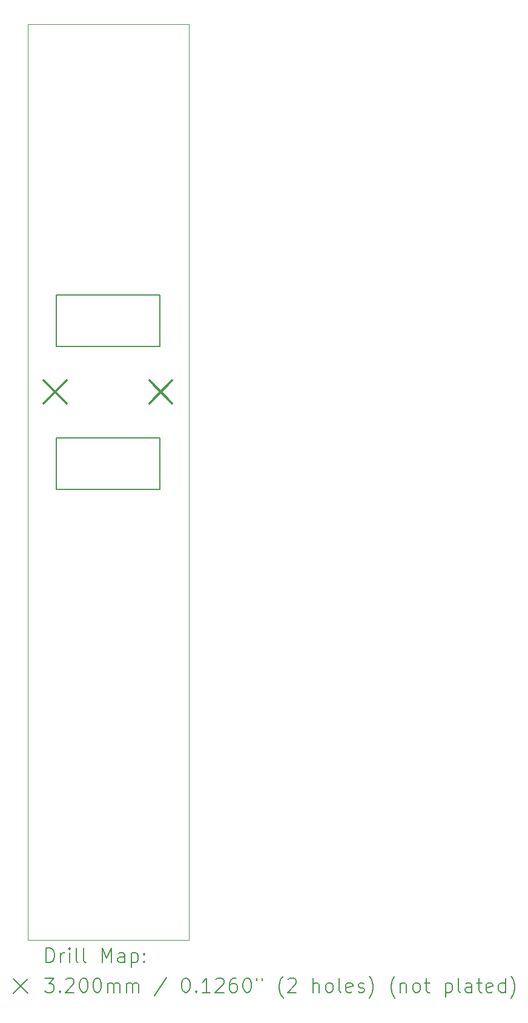
<source format=gbr>
%TF.GenerationSoftware,KiCad,Pcbnew,7.0.7-7.0.7~ubuntu22.04.1*%
%TF.CreationDate,2023-10-15T17:30:04+01:00*%
%TF.ProjectId,USB_distri,5553425f-6469-4737-9472-692e6b696361,rev?*%
%TF.SameCoordinates,Original*%
%TF.FileFunction,Drillmap*%
%TF.FilePolarity,Positive*%
%FSLAX45Y45*%
G04 Gerber Fmt 4.5, Leading zero omitted, Abs format (unit mm)*
G04 Created by KiCad (PCBNEW 7.0.7-7.0.7~ubuntu22.04.1) date 2023-10-15 17:30:04*
%MOMM*%
%LPD*%
G01*
G04 APERTURE LIST*
%ADD10C,0.050000*%
%ADD11C,0.150000*%
%ADD12C,0.200000*%
%ADD13C,0.320000*%
G04 APERTURE END LIST*
D10*
X8950000Y-2200000D02*
X11200000Y-2200000D01*
X11200000Y-2200000D02*
X11200000Y-15000000D01*
X11200000Y-15000000D02*
X8950000Y-15000000D01*
X8950000Y-2200000D02*
X8950000Y-15000000D01*
D11*
X9350000Y-5980000D02*
X10800000Y-5980000D01*
X10800000Y-6700000D01*
X9350000Y-6700000D01*
X9350000Y-5980000D01*
X9350000Y-7980000D02*
X10800000Y-7980000D01*
X10800000Y-8700000D01*
X9350000Y-8700000D01*
X9350000Y-7980000D01*
D12*
D13*
X9175000Y-7180000D02*
X9495000Y-7500000D01*
X9495000Y-7180000D02*
X9175000Y-7500000D01*
X10650000Y-7180000D02*
X10970000Y-7500000D01*
X10970000Y-7180000D02*
X10650000Y-7500000D01*
D12*
X9208277Y-15313984D02*
X9208277Y-15113984D01*
X9208277Y-15113984D02*
X9255896Y-15113984D01*
X9255896Y-15113984D02*
X9284467Y-15123508D01*
X9284467Y-15123508D02*
X9303515Y-15142555D01*
X9303515Y-15142555D02*
X9313039Y-15161603D01*
X9313039Y-15161603D02*
X9322563Y-15199698D01*
X9322563Y-15199698D02*
X9322563Y-15228269D01*
X9322563Y-15228269D02*
X9313039Y-15266365D01*
X9313039Y-15266365D02*
X9303515Y-15285412D01*
X9303515Y-15285412D02*
X9284467Y-15304460D01*
X9284467Y-15304460D02*
X9255896Y-15313984D01*
X9255896Y-15313984D02*
X9208277Y-15313984D01*
X9408277Y-15313984D02*
X9408277Y-15180650D01*
X9408277Y-15218746D02*
X9417801Y-15199698D01*
X9417801Y-15199698D02*
X9427324Y-15190174D01*
X9427324Y-15190174D02*
X9446372Y-15180650D01*
X9446372Y-15180650D02*
X9465420Y-15180650D01*
X9532086Y-15313984D02*
X9532086Y-15180650D01*
X9532086Y-15113984D02*
X9522563Y-15123508D01*
X9522563Y-15123508D02*
X9532086Y-15133031D01*
X9532086Y-15133031D02*
X9541610Y-15123508D01*
X9541610Y-15123508D02*
X9532086Y-15113984D01*
X9532086Y-15113984D02*
X9532086Y-15133031D01*
X9655896Y-15313984D02*
X9636848Y-15304460D01*
X9636848Y-15304460D02*
X9627324Y-15285412D01*
X9627324Y-15285412D02*
X9627324Y-15113984D01*
X9760658Y-15313984D02*
X9741610Y-15304460D01*
X9741610Y-15304460D02*
X9732086Y-15285412D01*
X9732086Y-15285412D02*
X9732086Y-15113984D01*
X9989229Y-15313984D02*
X9989229Y-15113984D01*
X9989229Y-15113984D02*
X10055896Y-15256841D01*
X10055896Y-15256841D02*
X10122563Y-15113984D01*
X10122563Y-15113984D02*
X10122563Y-15313984D01*
X10303515Y-15313984D02*
X10303515Y-15209222D01*
X10303515Y-15209222D02*
X10293991Y-15190174D01*
X10293991Y-15190174D02*
X10274944Y-15180650D01*
X10274944Y-15180650D02*
X10236848Y-15180650D01*
X10236848Y-15180650D02*
X10217801Y-15190174D01*
X10303515Y-15304460D02*
X10284467Y-15313984D01*
X10284467Y-15313984D02*
X10236848Y-15313984D01*
X10236848Y-15313984D02*
X10217801Y-15304460D01*
X10217801Y-15304460D02*
X10208277Y-15285412D01*
X10208277Y-15285412D02*
X10208277Y-15266365D01*
X10208277Y-15266365D02*
X10217801Y-15247317D01*
X10217801Y-15247317D02*
X10236848Y-15237793D01*
X10236848Y-15237793D02*
X10284467Y-15237793D01*
X10284467Y-15237793D02*
X10303515Y-15228269D01*
X10398753Y-15180650D02*
X10398753Y-15380650D01*
X10398753Y-15190174D02*
X10417801Y-15180650D01*
X10417801Y-15180650D02*
X10455896Y-15180650D01*
X10455896Y-15180650D02*
X10474944Y-15190174D01*
X10474944Y-15190174D02*
X10484467Y-15199698D01*
X10484467Y-15199698D02*
X10493991Y-15218746D01*
X10493991Y-15218746D02*
X10493991Y-15275888D01*
X10493991Y-15275888D02*
X10484467Y-15294936D01*
X10484467Y-15294936D02*
X10474944Y-15304460D01*
X10474944Y-15304460D02*
X10455896Y-15313984D01*
X10455896Y-15313984D02*
X10417801Y-15313984D01*
X10417801Y-15313984D02*
X10398753Y-15304460D01*
X10579705Y-15294936D02*
X10589229Y-15304460D01*
X10589229Y-15304460D02*
X10579705Y-15313984D01*
X10579705Y-15313984D02*
X10570182Y-15304460D01*
X10570182Y-15304460D02*
X10579705Y-15294936D01*
X10579705Y-15294936D02*
X10579705Y-15313984D01*
X10579705Y-15190174D02*
X10589229Y-15199698D01*
X10589229Y-15199698D02*
X10579705Y-15209222D01*
X10579705Y-15209222D02*
X10570182Y-15199698D01*
X10570182Y-15199698D02*
X10579705Y-15190174D01*
X10579705Y-15190174D02*
X10579705Y-15209222D01*
X8747500Y-15542500D02*
X8947500Y-15742500D01*
X8947500Y-15542500D02*
X8747500Y-15742500D01*
X9189229Y-15533984D02*
X9313039Y-15533984D01*
X9313039Y-15533984D02*
X9246372Y-15610174D01*
X9246372Y-15610174D02*
X9274944Y-15610174D01*
X9274944Y-15610174D02*
X9293991Y-15619698D01*
X9293991Y-15619698D02*
X9303515Y-15629222D01*
X9303515Y-15629222D02*
X9313039Y-15648269D01*
X9313039Y-15648269D02*
X9313039Y-15695888D01*
X9313039Y-15695888D02*
X9303515Y-15714936D01*
X9303515Y-15714936D02*
X9293991Y-15724460D01*
X9293991Y-15724460D02*
X9274944Y-15733984D01*
X9274944Y-15733984D02*
X9217801Y-15733984D01*
X9217801Y-15733984D02*
X9198753Y-15724460D01*
X9198753Y-15724460D02*
X9189229Y-15714936D01*
X9398753Y-15714936D02*
X9408277Y-15724460D01*
X9408277Y-15724460D02*
X9398753Y-15733984D01*
X9398753Y-15733984D02*
X9389229Y-15724460D01*
X9389229Y-15724460D02*
X9398753Y-15714936D01*
X9398753Y-15714936D02*
X9398753Y-15733984D01*
X9484467Y-15553031D02*
X9493991Y-15543508D01*
X9493991Y-15543508D02*
X9513039Y-15533984D01*
X9513039Y-15533984D02*
X9560658Y-15533984D01*
X9560658Y-15533984D02*
X9579705Y-15543508D01*
X9579705Y-15543508D02*
X9589229Y-15553031D01*
X9589229Y-15553031D02*
X9598753Y-15572079D01*
X9598753Y-15572079D02*
X9598753Y-15591127D01*
X9598753Y-15591127D02*
X9589229Y-15619698D01*
X9589229Y-15619698D02*
X9474944Y-15733984D01*
X9474944Y-15733984D02*
X9598753Y-15733984D01*
X9722563Y-15533984D02*
X9741610Y-15533984D01*
X9741610Y-15533984D02*
X9760658Y-15543508D01*
X9760658Y-15543508D02*
X9770182Y-15553031D01*
X9770182Y-15553031D02*
X9779705Y-15572079D01*
X9779705Y-15572079D02*
X9789229Y-15610174D01*
X9789229Y-15610174D02*
X9789229Y-15657793D01*
X9789229Y-15657793D02*
X9779705Y-15695888D01*
X9779705Y-15695888D02*
X9770182Y-15714936D01*
X9770182Y-15714936D02*
X9760658Y-15724460D01*
X9760658Y-15724460D02*
X9741610Y-15733984D01*
X9741610Y-15733984D02*
X9722563Y-15733984D01*
X9722563Y-15733984D02*
X9703515Y-15724460D01*
X9703515Y-15724460D02*
X9693991Y-15714936D01*
X9693991Y-15714936D02*
X9684467Y-15695888D01*
X9684467Y-15695888D02*
X9674944Y-15657793D01*
X9674944Y-15657793D02*
X9674944Y-15610174D01*
X9674944Y-15610174D02*
X9684467Y-15572079D01*
X9684467Y-15572079D02*
X9693991Y-15553031D01*
X9693991Y-15553031D02*
X9703515Y-15543508D01*
X9703515Y-15543508D02*
X9722563Y-15533984D01*
X9913039Y-15533984D02*
X9932086Y-15533984D01*
X9932086Y-15533984D02*
X9951134Y-15543508D01*
X9951134Y-15543508D02*
X9960658Y-15553031D01*
X9960658Y-15553031D02*
X9970182Y-15572079D01*
X9970182Y-15572079D02*
X9979705Y-15610174D01*
X9979705Y-15610174D02*
X9979705Y-15657793D01*
X9979705Y-15657793D02*
X9970182Y-15695888D01*
X9970182Y-15695888D02*
X9960658Y-15714936D01*
X9960658Y-15714936D02*
X9951134Y-15724460D01*
X9951134Y-15724460D02*
X9932086Y-15733984D01*
X9932086Y-15733984D02*
X9913039Y-15733984D01*
X9913039Y-15733984D02*
X9893991Y-15724460D01*
X9893991Y-15724460D02*
X9884467Y-15714936D01*
X9884467Y-15714936D02*
X9874944Y-15695888D01*
X9874944Y-15695888D02*
X9865420Y-15657793D01*
X9865420Y-15657793D02*
X9865420Y-15610174D01*
X9865420Y-15610174D02*
X9874944Y-15572079D01*
X9874944Y-15572079D02*
X9884467Y-15553031D01*
X9884467Y-15553031D02*
X9893991Y-15543508D01*
X9893991Y-15543508D02*
X9913039Y-15533984D01*
X10065420Y-15733984D02*
X10065420Y-15600650D01*
X10065420Y-15619698D02*
X10074944Y-15610174D01*
X10074944Y-15610174D02*
X10093991Y-15600650D01*
X10093991Y-15600650D02*
X10122563Y-15600650D01*
X10122563Y-15600650D02*
X10141610Y-15610174D01*
X10141610Y-15610174D02*
X10151134Y-15629222D01*
X10151134Y-15629222D02*
X10151134Y-15733984D01*
X10151134Y-15629222D02*
X10160658Y-15610174D01*
X10160658Y-15610174D02*
X10179705Y-15600650D01*
X10179705Y-15600650D02*
X10208277Y-15600650D01*
X10208277Y-15600650D02*
X10227325Y-15610174D01*
X10227325Y-15610174D02*
X10236848Y-15629222D01*
X10236848Y-15629222D02*
X10236848Y-15733984D01*
X10332086Y-15733984D02*
X10332086Y-15600650D01*
X10332086Y-15619698D02*
X10341610Y-15610174D01*
X10341610Y-15610174D02*
X10360658Y-15600650D01*
X10360658Y-15600650D02*
X10389229Y-15600650D01*
X10389229Y-15600650D02*
X10408277Y-15610174D01*
X10408277Y-15610174D02*
X10417801Y-15629222D01*
X10417801Y-15629222D02*
X10417801Y-15733984D01*
X10417801Y-15629222D02*
X10427325Y-15610174D01*
X10427325Y-15610174D02*
X10446372Y-15600650D01*
X10446372Y-15600650D02*
X10474944Y-15600650D01*
X10474944Y-15600650D02*
X10493991Y-15610174D01*
X10493991Y-15610174D02*
X10503515Y-15629222D01*
X10503515Y-15629222D02*
X10503515Y-15733984D01*
X10893991Y-15524460D02*
X10722563Y-15781603D01*
X11151134Y-15533984D02*
X11170182Y-15533984D01*
X11170182Y-15533984D02*
X11189229Y-15543508D01*
X11189229Y-15543508D02*
X11198753Y-15553031D01*
X11198753Y-15553031D02*
X11208277Y-15572079D01*
X11208277Y-15572079D02*
X11217801Y-15610174D01*
X11217801Y-15610174D02*
X11217801Y-15657793D01*
X11217801Y-15657793D02*
X11208277Y-15695888D01*
X11208277Y-15695888D02*
X11198753Y-15714936D01*
X11198753Y-15714936D02*
X11189229Y-15724460D01*
X11189229Y-15724460D02*
X11170182Y-15733984D01*
X11170182Y-15733984D02*
X11151134Y-15733984D01*
X11151134Y-15733984D02*
X11132087Y-15724460D01*
X11132087Y-15724460D02*
X11122563Y-15714936D01*
X11122563Y-15714936D02*
X11113039Y-15695888D01*
X11113039Y-15695888D02*
X11103515Y-15657793D01*
X11103515Y-15657793D02*
X11103515Y-15610174D01*
X11103515Y-15610174D02*
X11113039Y-15572079D01*
X11113039Y-15572079D02*
X11122563Y-15553031D01*
X11122563Y-15553031D02*
X11132087Y-15543508D01*
X11132087Y-15543508D02*
X11151134Y-15533984D01*
X11303515Y-15714936D02*
X11313039Y-15724460D01*
X11313039Y-15724460D02*
X11303515Y-15733984D01*
X11303515Y-15733984D02*
X11293991Y-15724460D01*
X11293991Y-15724460D02*
X11303515Y-15714936D01*
X11303515Y-15714936D02*
X11303515Y-15733984D01*
X11503515Y-15733984D02*
X11389229Y-15733984D01*
X11446372Y-15733984D02*
X11446372Y-15533984D01*
X11446372Y-15533984D02*
X11427325Y-15562555D01*
X11427325Y-15562555D02*
X11408277Y-15581603D01*
X11408277Y-15581603D02*
X11389229Y-15591127D01*
X11579706Y-15553031D02*
X11589229Y-15543508D01*
X11589229Y-15543508D02*
X11608277Y-15533984D01*
X11608277Y-15533984D02*
X11655896Y-15533984D01*
X11655896Y-15533984D02*
X11674944Y-15543508D01*
X11674944Y-15543508D02*
X11684467Y-15553031D01*
X11684467Y-15553031D02*
X11693991Y-15572079D01*
X11693991Y-15572079D02*
X11693991Y-15591127D01*
X11693991Y-15591127D02*
X11684467Y-15619698D01*
X11684467Y-15619698D02*
X11570182Y-15733984D01*
X11570182Y-15733984D02*
X11693991Y-15733984D01*
X11865420Y-15533984D02*
X11827325Y-15533984D01*
X11827325Y-15533984D02*
X11808277Y-15543508D01*
X11808277Y-15543508D02*
X11798753Y-15553031D01*
X11798753Y-15553031D02*
X11779706Y-15581603D01*
X11779706Y-15581603D02*
X11770182Y-15619698D01*
X11770182Y-15619698D02*
X11770182Y-15695888D01*
X11770182Y-15695888D02*
X11779706Y-15714936D01*
X11779706Y-15714936D02*
X11789229Y-15724460D01*
X11789229Y-15724460D02*
X11808277Y-15733984D01*
X11808277Y-15733984D02*
X11846372Y-15733984D01*
X11846372Y-15733984D02*
X11865420Y-15724460D01*
X11865420Y-15724460D02*
X11874944Y-15714936D01*
X11874944Y-15714936D02*
X11884467Y-15695888D01*
X11884467Y-15695888D02*
X11884467Y-15648269D01*
X11884467Y-15648269D02*
X11874944Y-15629222D01*
X11874944Y-15629222D02*
X11865420Y-15619698D01*
X11865420Y-15619698D02*
X11846372Y-15610174D01*
X11846372Y-15610174D02*
X11808277Y-15610174D01*
X11808277Y-15610174D02*
X11789229Y-15619698D01*
X11789229Y-15619698D02*
X11779706Y-15629222D01*
X11779706Y-15629222D02*
X11770182Y-15648269D01*
X12008277Y-15533984D02*
X12027325Y-15533984D01*
X12027325Y-15533984D02*
X12046372Y-15543508D01*
X12046372Y-15543508D02*
X12055896Y-15553031D01*
X12055896Y-15553031D02*
X12065420Y-15572079D01*
X12065420Y-15572079D02*
X12074944Y-15610174D01*
X12074944Y-15610174D02*
X12074944Y-15657793D01*
X12074944Y-15657793D02*
X12065420Y-15695888D01*
X12065420Y-15695888D02*
X12055896Y-15714936D01*
X12055896Y-15714936D02*
X12046372Y-15724460D01*
X12046372Y-15724460D02*
X12027325Y-15733984D01*
X12027325Y-15733984D02*
X12008277Y-15733984D01*
X12008277Y-15733984D02*
X11989229Y-15724460D01*
X11989229Y-15724460D02*
X11979706Y-15714936D01*
X11979706Y-15714936D02*
X11970182Y-15695888D01*
X11970182Y-15695888D02*
X11960658Y-15657793D01*
X11960658Y-15657793D02*
X11960658Y-15610174D01*
X11960658Y-15610174D02*
X11970182Y-15572079D01*
X11970182Y-15572079D02*
X11979706Y-15553031D01*
X11979706Y-15553031D02*
X11989229Y-15543508D01*
X11989229Y-15543508D02*
X12008277Y-15533984D01*
X12151134Y-15533984D02*
X12151134Y-15572079D01*
X12227325Y-15533984D02*
X12227325Y-15572079D01*
X12522563Y-15810174D02*
X12513039Y-15800650D01*
X12513039Y-15800650D02*
X12493991Y-15772079D01*
X12493991Y-15772079D02*
X12484468Y-15753031D01*
X12484468Y-15753031D02*
X12474944Y-15724460D01*
X12474944Y-15724460D02*
X12465420Y-15676841D01*
X12465420Y-15676841D02*
X12465420Y-15638746D01*
X12465420Y-15638746D02*
X12474944Y-15591127D01*
X12474944Y-15591127D02*
X12484468Y-15562555D01*
X12484468Y-15562555D02*
X12493991Y-15543508D01*
X12493991Y-15543508D02*
X12513039Y-15514936D01*
X12513039Y-15514936D02*
X12522563Y-15505412D01*
X12589229Y-15553031D02*
X12598753Y-15543508D01*
X12598753Y-15543508D02*
X12617801Y-15533984D01*
X12617801Y-15533984D02*
X12665420Y-15533984D01*
X12665420Y-15533984D02*
X12684468Y-15543508D01*
X12684468Y-15543508D02*
X12693991Y-15553031D01*
X12693991Y-15553031D02*
X12703515Y-15572079D01*
X12703515Y-15572079D02*
X12703515Y-15591127D01*
X12703515Y-15591127D02*
X12693991Y-15619698D01*
X12693991Y-15619698D02*
X12579706Y-15733984D01*
X12579706Y-15733984D02*
X12703515Y-15733984D01*
X12941610Y-15733984D02*
X12941610Y-15533984D01*
X13027325Y-15733984D02*
X13027325Y-15629222D01*
X13027325Y-15629222D02*
X13017801Y-15610174D01*
X13017801Y-15610174D02*
X12998753Y-15600650D01*
X12998753Y-15600650D02*
X12970182Y-15600650D01*
X12970182Y-15600650D02*
X12951134Y-15610174D01*
X12951134Y-15610174D02*
X12941610Y-15619698D01*
X13151134Y-15733984D02*
X13132087Y-15724460D01*
X13132087Y-15724460D02*
X13122563Y-15714936D01*
X13122563Y-15714936D02*
X13113039Y-15695888D01*
X13113039Y-15695888D02*
X13113039Y-15638746D01*
X13113039Y-15638746D02*
X13122563Y-15619698D01*
X13122563Y-15619698D02*
X13132087Y-15610174D01*
X13132087Y-15610174D02*
X13151134Y-15600650D01*
X13151134Y-15600650D02*
X13179706Y-15600650D01*
X13179706Y-15600650D02*
X13198753Y-15610174D01*
X13198753Y-15610174D02*
X13208277Y-15619698D01*
X13208277Y-15619698D02*
X13217801Y-15638746D01*
X13217801Y-15638746D02*
X13217801Y-15695888D01*
X13217801Y-15695888D02*
X13208277Y-15714936D01*
X13208277Y-15714936D02*
X13198753Y-15724460D01*
X13198753Y-15724460D02*
X13179706Y-15733984D01*
X13179706Y-15733984D02*
X13151134Y-15733984D01*
X13332087Y-15733984D02*
X13313039Y-15724460D01*
X13313039Y-15724460D02*
X13303515Y-15705412D01*
X13303515Y-15705412D02*
X13303515Y-15533984D01*
X13484468Y-15724460D02*
X13465420Y-15733984D01*
X13465420Y-15733984D02*
X13427325Y-15733984D01*
X13427325Y-15733984D02*
X13408277Y-15724460D01*
X13408277Y-15724460D02*
X13398753Y-15705412D01*
X13398753Y-15705412D02*
X13398753Y-15629222D01*
X13398753Y-15629222D02*
X13408277Y-15610174D01*
X13408277Y-15610174D02*
X13427325Y-15600650D01*
X13427325Y-15600650D02*
X13465420Y-15600650D01*
X13465420Y-15600650D02*
X13484468Y-15610174D01*
X13484468Y-15610174D02*
X13493991Y-15629222D01*
X13493991Y-15629222D02*
X13493991Y-15648269D01*
X13493991Y-15648269D02*
X13398753Y-15667317D01*
X13570182Y-15724460D02*
X13589230Y-15733984D01*
X13589230Y-15733984D02*
X13627325Y-15733984D01*
X13627325Y-15733984D02*
X13646372Y-15724460D01*
X13646372Y-15724460D02*
X13655896Y-15705412D01*
X13655896Y-15705412D02*
X13655896Y-15695888D01*
X13655896Y-15695888D02*
X13646372Y-15676841D01*
X13646372Y-15676841D02*
X13627325Y-15667317D01*
X13627325Y-15667317D02*
X13598753Y-15667317D01*
X13598753Y-15667317D02*
X13579706Y-15657793D01*
X13579706Y-15657793D02*
X13570182Y-15638746D01*
X13570182Y-15638746D02*
X13570182Y-15629222D01*
X13570182Y-15629222D02*
X13579706Y-15610174D01*
X13579706Y-15610174D02*
X13598753Y-15600650D01*
X13598753Y-15600650D02*
X13627325Y-15600650D01*
X13627325Y-15600650D02*
X13646372Y-15610174D01*
X13722563Y-15810174D02*
X13732087Y-15800650D01*
X13732087Y-15800650D02*
X13751134Y-15772079D01*
X13751134Y-15772079D02*
X13760658Y-15753031D01*
X13760658Y-15753031D02*
X13770182Y-15724460D01*
X13770182Y-15724460D02*
X13779706Y-15676841D01*
X13779706Y-15676841D02*
X13779706Y-15638746D01*
X13779706Y-15638746D02*
X13770182Y-15591127D01*
X13770182Y-15591127D02*
X13760658Y-15562555D01*
X13760658Y-15562555D02*
X13751134Y-15543508D01*
X13751134Y-15543508D02*
X13732087Y-15514936D01*
X13732087Y-15514936D02*
X13722563Y-15505412D01*
X14084468Y-15810174D02*
X14074944Y-15800650D01*
X14074944Y-15800650D02*
X14055896Y-15772079D01*
X14055896Y-15772079D02*
X14046372Y-15753031D01*
X14046372Y-15753031D02*
X14036849Y-15724460D01*
X14036849Y-15724460D02*
X14027325Y-15676841D01*
X14027325Y-15676841D02*
X14027325Y-15638746D01*
X14027325Y-15638746D02*
X14036849Y-15591127D01*
X14036849Y-15591127D02*
X14046372Y-15562555D01*
X14046372Y-15562555D02*
X14055896Y-15543508D01*
X14055896Y-15543508D02*
X14074944Y-15514936D01*
X14074944Y-15514936D02*
X14084468Y-15505412D01*
X14160658Y-15600650D02*
X14160658Y-15733984D01*
X14160658Y-15619698D02*
X14170182Y-15610174D01*
X14170182Y-15610174D02*
X14189230Y-15600650D01*
X14189230Y-15600650D02*
X14217801Y-15600650D01*
X14217801Y-15600650D02*
X14236849Y-15610174D01*
X14236849Y-15610174D02*
X14246372Y-15629222D01*
X14246372Y-15629222D02*
X14246372Y-15733984D01*
X14370182Y-15733984D02*
X14351134Y-15724460D01*
X14351134Y-15724460D02*
X14341611Y-15714936D01*
X14341611Y-15714936D02*
X14332087Y-15695888D01*
X14332087Y-15695888D02*
X14332087Y-15638746D01*
X14332087Y-15638746D02*
X14341611Y-15619698D01*
X14341611Y-15619698D02*
X14351134Y-15610174D01*
X14351134Y-15610174D02*
X14370182Y-15600650D01*
X14370182Y-15600650D02*
X14398753Y-15600650D01*
X14398753Y-15600650D02*
X14417801Y-15610174D01*
X14417801Y-15610174D02*
X14427325Y-15619698D01*
X14427325Y-15619698D02*
X14436849Y-15638746D01*
X14436849Y-15638746D02*
X14436849Y-15695888D01*
X14436849Y-15695888D02*
X14427325Y-15714936D01*
X14427325Y-15714936D02*
X14417801Y-15724460D01*
X14417801Y-15724460D02*
X14398753Y-15733984D01*
X14398753Y-15733984D02*
X14370182Y-15733984D01*
X14493992Y-15600650D02*
X14570182Y-15600650D01*
X14522563Y-15533984D02*
X14522563Y-15705412D01*
X14522563Y-15705412D02*
X14532087Y-15724460D01*
X14532087Y-15724460D02*
X14551134Y-15733984D01*
X14551134Y-15733984D02*
X14570182Y-15733984D01*
X14789230Y-15600650D02*
X14789230Y-15800650D01*
X14789230Y-15610174D02*
X14808277Y-15600650D01*
X14808277Y-15600650D02*
X14846373Y-15600650D01*
X14846373Y-15600650D02*
X14865420Y-15610174D01*
X14865420Y-15610174D02*
X14874944Y-15619698D01*
X14874944Y-15619698D02*
X14884468Y-15638746D01*
X14884468Y-15638746D02*
X14884468Y-15695888D01*
X14884468Y-15695888D02*
X14874944Y-15714936D01*
X14874944Y-15714936D02*
X14865420Y-15724460D01*
X14865420Y-15724460D02*
X14846373Y-15733984D01*
X14846373Y-15733984D02*
X14808277Y-15733984D01*
X14808277Y-15733984D02*
X14789230Y-15724460D01*
X14998753Y-15733984D02*
X14979706Y-15724460D01*
X14979706Y-15724460D02*
X14970182Y-15705412D01*
X14970182Y-15705412D02*
X14970182Y-15533984D01*
X15160658Y-15733984D02*
X15160658Y-15629222D01*
X15160658Y-15629222D02*
X15151134Y-15610174D01*
X15151134Y-15610174D02*
X15132087Y-15600650D01*
X15132087Y-15600650D02*
X15093992Y-15600650D01*
X15093992Y-15600650D02*
X15074944Y-15610174D01*
X15160658Y-15724460D02*
X15141611Y-15733984D01*
X15141611Y-15733984D02*
X15093992Y-15733984D01*
X15093992Y-15733984D02*
X15074944Y-15724460D01*
X15074944Y-15724460D02*
X15065420Y-15705412D01*
X15065420Y-15705412D02*
X15065420Y-15686365D01*
X15065420Y-15686365D02*
X15074944Y-15667317D01*
X15074944Y-15667317D02*
X15093992Y-15657793D01*
X15093992Y-15657793D02*
X15141611Y-15657793D01*
X15141611Y-15657793D02*
X15160658Y-15648269D01*
X15227325Y-15600650D02*
X15303515Y-15600650D01*
X15255896Y-15533984D02*
X15255896Y-15705412D01*
X15255896Y-15705412D02*
X15265420Y-15724460D01*
X15265420Y-15724460D02*
X15284468Y-15733984D01*
X15284468Y-15733984D02*
X15303515Y-15733984D01*
X15446373Y-15724460D02*
X15427325Y-15733984D01*
X15427325Y-15733984D02*
X15389230Y-15733984D01*
X15389230Y-15733984D02*
X15370182Y-15724460D01*
X15370182Y-15724460D02*
X15360658Y-15705412D01*
X15360658Y-15705412D02*
X15360658Y-15629222D01*
X15360658Y-15629222D02*
X15370182Y-15610174D01*
X15370182Y-15610174D02*
X15389230Y-15600650D01*
X15389230Y-15600650D02*
X15427325Y-15600650D01*
X15427325Y-15600650D02*
X15446373Y-15610174D01*
X15446373Y-15610174D02*
X15455896Y-15629222D01*
X15455896Y-15629222D02*
X15455896Y-15648269D01*
X15455896Y-15648269D02*
X15360658Y-15667317D01*
X15627325Y-15733984D02*
X15627325Y-15533984D01*
X15627325Y-15724460D02*
X15608277Y-15733984D01*
X15608277Y-15733984D02*
X15570182Y-15733984D01*
X15570182Y-15733984D02*
X15551134Y-15724460D01*
X15551134Y-15724460D02*
X15541611Y-15714936D01*
X15541611Y-15714936D02*
X15532087Y-15695888D01*
X15532087Y-15695888D02*
X15532087Y-15638746D01*
X15532087Y-15638746D02*
X15541611Y-15619698D01*
X15541611Y-15619698D02*
X15551134Y-15610174D01*
X15551134Y-15610174D02*
X15570182Y-15600650D01*
X15570182Y-15600650D02*
X15608277Y-15600650D01*
X15608277Y-15600650D02*
X15627325Y-15610174D01*
X15703515Y-15810174D02*
X15713039Y-15800650D01*
X15713039Y-15800650D02*
X15732087Y-15772079D01*
X15732087Y-15772079D02*
X15741611Y-15753031D01*
X15741611Y-15753031D02*
X15751134Y-15724460D01*
X15751134Y-15724460D02*
X15760658Y-15676841D01*
X15760658Y-15676841D02*
X15760658Y-15638746D01*
X15760658Y-15638746D02*
X15751134Y-15591127D01*
X15751134Y-15591127D02*
X15741611Y-15562555D01*
X15741611Y-15562555D02*
X15732087Y-15543508D01*
X15732087Y-15543508D02*
X15713039Y-15514936D01*
X15713039Y-15514936D02*
X15703515Y-15505412D01*
M02*

</source>
